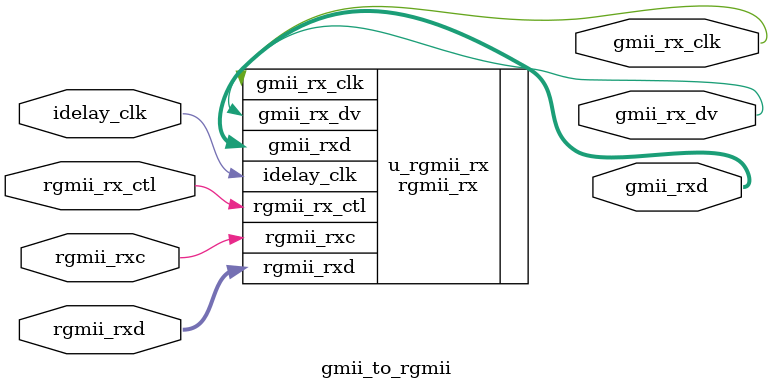
<source format=v>

module gmii_to_rgmii(
    input              idelay_clk  , //IDELAY时钟
    //以太网GMII接口
    output             gmii_rx_clk , //GMII接收时钟
    output             gmii_rx_dv  , //GMII接收数据有效信号
    output      [7:0]  gmii_rxd    , //GMII接收数据          
    //以太网RGMII接口   
    input              rgmii_rxc   , //RGMII接收时钟
    input              rgmii_rx_ctl, //RGMII接收数据控制信号
    input       [3:0]  rgmii_rxd     //RGMII接收数据        
    );

//parameter define
parameter IDELAY_VALUE = 0;  //输入数据IO延时(如果为n,表示延时n*78ps) 

//*****************************************************
//**                    main code
//*****************************************************

//RGMII接收
rgmii_rx 
    #(
     .IDELAY_VALUE  (IDELAY_VALUE)
     )
    u_rgmii_rx(
    .idelay_clk    (idelay_clk),
	
    .rgmii_rxc     (rgmii_rxc   ),
    .rgmii_rx_ctl  (rgmii_rx_ctl),
    .rgmii_rxd     (rgmii_rxd   ),

    .gmii_rx_clk   (gmii_rx_clk),	
    .gmii_rx_dv    (gmii_rx_dv ),
    .gmii_rxd      (gmii_rxd   )
    );

endmodule
</source>
